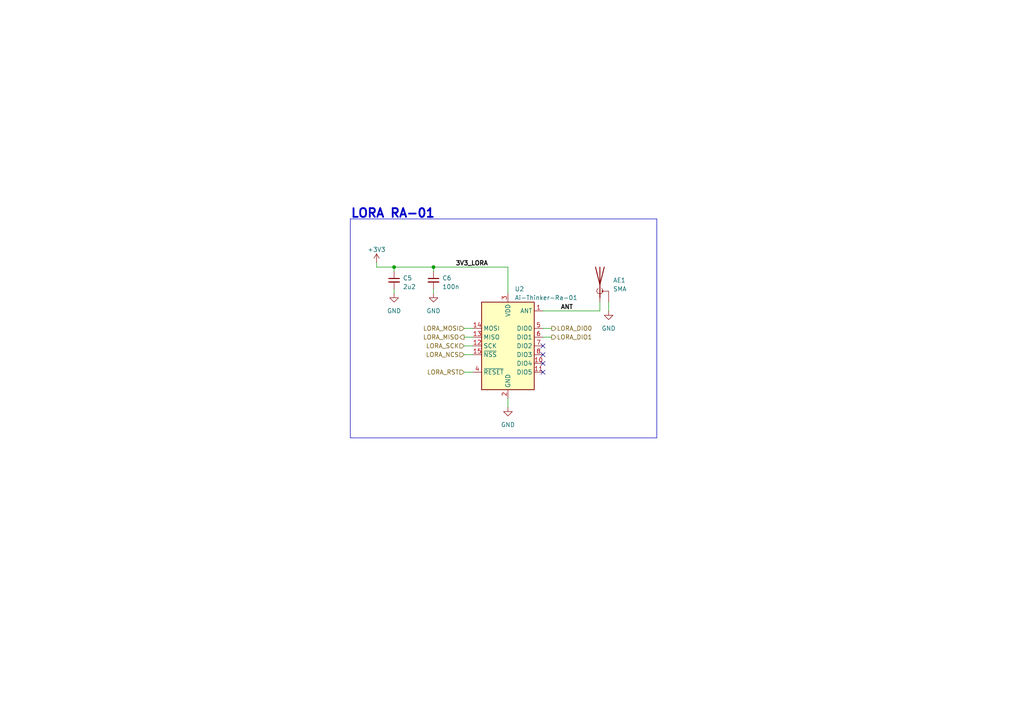
<source format=kicad_sch>
(kicad_sch (version 20230121) (generator eeschema)

  (uuid 81111339-5227-4952-99da-fefe7f6b5199)

  (paper "A4")

  (title_block
    (title "Longle")
    (date "2023-06-22")
    (rev "1.0")
    (company "ReFab Tech")
  )

  (lib_symbols
    (symbol "Device:Antenna_Shield" (pin_numbers hide) (pin_names (offset 1.016) hide) (in_bom yes) (on_board yes)
      (property "Reference" "AE" (at -1.905 4.445 0)
        (effects (font (size 1.27 1.27)) (justify right))
      )
      (property "Value" "Antenna_Shield" (at -1.905 2.54 0)
        (effects (font (size 1.27 1.27)) (justify right))
      )
      (property "Footprint" "" (at 0 2.54 0)
        (effects (font (size 1.27 1.27)) hide)
      )
      (property "Datasheet" "~" (at 0 2.54 0)
        (effects (font (size 1.27 1.27)) hide)
      )
      (property "ki_keywords" "antenna" (at 0 0 0)
        (effects (font (size 1.27 1.27)) hide)
      )
      (property "ki_description" "Antenna with extra pin for shielding" (at 0 0 0)
        (effects (font (size 1.27 1.27)) hide)
      )
      (symbol "Antenna_Shield_0_1"
        (arc (start -0.508 -1.143) (mid -0.8429 -2.1194) (end 0 -2.667)
          (stroke (width 0) (type default))
          (fill (type none))
        )
        (arc (start 0 -2.667) (mid 0.7989 -2.1052) (end 0.508 -1.143)
          (stroke (width 0) (type default))
          (fill (type none))
        )
        (polyline
          (pts
            (xy 0 -2.54)
            (xy 0 0)
          )
          (stroke (width 0) (type default))
          (fill (type none))
        )
        (polyline
          (pts
            (xy 0 5.08)
            (xy 0 -3.81)
          )
          (stroke (width 0.254) (type default))
          (fill (type none))
        )
        (polyline
          (pts
            (xy 0.762 -1.905)
            (xy 2.54 -1.905)
          )
          (stroke (width 0) (type default))
          (fill (type none))
        )
        (polyline
          (pts
            (xy 2.54 -2.54)
            (xy 2.54 -1.905)
          )
          (stroke (width 0) (type default))
          (fill (type none))
        )
        (polyline
          (pts
            (xy 1.27 5.08)
            (xy 0 0)
            (xy -1.27 5.08)
          )
          (stroke (width 0.254) (type default))
          (fill (type none))
        )
        (circle (center 0.762 -1.905) (radius 0.1778)
          (stroke (width 0) (type default))
          (fill (type outline))
        )
      )
      (symbol "Antenna_Shield_1_1"
        (pin input line (at 0 -5.08 90) (length 2.54)
          (name "A" (effects (font (size 1.27 1.27))))
          (number "1" (effects (font (size 1.27 1.27))))
        )
        (pin input line (at 2.54 -5.08 90) (length 2.54)
          (name "Shield" (effects (font (size 1.27 1.27))))
          (number "2" (effects (font (size 1.27 1.27))))
        )
      )
    )
    (symbol "Device:C_Small" (pin_numbers hide) (pin_names (offset 0.254) hide) (in_bom yes) (on_board yes)
      (property "Reference" "C" (at 0.254 1.778 0)
        (effects (font (size 1.27 1.27)) (justify left))
      )
      (property "Value" "C_Small" (at 0.254 -2.032 0)
        (effects (font (size 1.27 1.27)) (justify left))
      )
      (property "Footprint" "" (at 0 0 0)
        (effects (font (size 1.27 1.27)) hide)
      )
      (property "Datasheet" "~" (at 0 0 0)
        (effects (font (size 1.27 1.27)) hide)
      )
      (property "ki_keywords" "capacitor cap" (at 0 0 0)
        (effects (font (size 1.27 1.27)) hide)
      )
      (property "ki_description" "Unpolarized capacitor, small symbol" (at 0 0 0)
        (effects (font (size 1.27 1.27)) hide)
      )
      (property "ki_fp_filters" "C_*" (at 0 0 0)
        (effects (font (size 1.27 1.27)) hide)
      )
      (symbol "C_Small_0_1"
        (polyline
          (pts
            (xy -1.524 -0.508)
            (xy 1.524 -0.508)
          )
          (stroke (width 0.3302) (type default))
          (fill (type none))
        )
        (polyline
          (pts
            (xy -1.524 0.508)
            (xy 1.524 0.508)
          )
          (stroke (width 0.3048) (type default))
          (fill (type none))
        )
      )
      (symbol "C_Small_1_1"
        (pin passive line (at 0 2.54 270) (length 2.032)
          (name "~" (effects (font (size 1.27 1.27))))
          (number "1" (effects (font (size 1.27 1.27))))
        )
        (pin passive line (at 0 -2.54 90) (length 2.032)
          (name "~" (effects (font (size 1.27 1.27))))
          (number "2" (effects (font (size 1.27 1.27))))
        )
      )
    )
    (symbol "RF_Module:Ai-Thinker-Ra-01" (in_bom yes) (on_board yes)
      (property "Reference" "U" (at 2.54 17.78 0)
        (effects (font (size 1.27 1.27)))
      )
      (property "Value" "Ai-Thinker-Ra-01" (at 13.97 -15.24 0)
        (effects (font (size 1.27 1.27)))
      )
      (property "Footprint" "RF_Module:Ai-Thinker-Ra-01-LoRa" (at 25.4 -10.16 0)
        (effects (font (size 1.27 1.27)) hide)
      )
      (property "Datasheet" "http://wiki.ai-thinker.com/_media/lora/docs/c047ps01a1_ra-01_product_specification_v1.1.pdf" (at 2.54 17.78 0)
        (effects (font (size 1.27 1.27)) hide)
      )
      (property "ki_keywords" "Ra-01 LoRa" (at 0 0 0)
        (effects (font (size 1.27 1.27)) hide)
      )
      (property "ki_description" "Ai-Thinker Ra-01 410-525 MHz LoRa Module, SPI interface, external antenna" (at 0 0 0)
        (effects (font (size 1.27 1.27)) hide)
      )
      (property "ki_fp_filters" "Ai?Thinker?Ra?01*" (at 0 0 0)
        (effects (font (size 1.27 1.27)) hide)
      )
      (symbol "Ai-Thinker-Ra-01_0_1"
        (rectangle (start -7.62 12.7) (end 7.62 -12.7)
          (stroke (width 0.254) (type default))
          (fill (type background))
        )
      )
      (symbol "Ai-Thinker-Ra-01_1_1"
        (pin passive line (at 10.16 10.16 180) (length 2.54)
          (name "ANT" (effects (font (size 1.27 1.27))))
          (number "1" (effects (font (size 1.27 1.27))))
        )
        (pin bidirectional line (at 10.16 -5.08 180) (length 2.54)
          (name "DIO4" (effects (font (size 1.27 1.27))))
          (number "10" (effects (font (size 1.27 1.27))))
        )
        (pin bidirectional line (at 10.16 -7.62 180) (length 2.54)
          (name "DIO5" (effects (font (size 1.27 1.27))))
          (number "11" (effects (font (size 1.27 1.27))))
        )
        (pin input line (at -10.16 0 0) (length 2.54)
          (name "SCK" (effects (font (size 1.27 1.27))))
          (number "12" (effects (font (size 1.27 1.27))))
        )
        (pin output line (at -10.16 2.54 0) (length 2.54)
          (name "MISO" (effects (font (size 1.27 1.27))))
          (number "13" (effects (font (size 1.27 1.27))))
        )
        (pin input line (at -10.16 5.08 0) (length 2.54)
          (name "MOSI" (effects (font (size 1.27 1.27))))
          (number "14" (effects (font (size 1.27 1.27))))
        )
        (pin input line (at -10.16 -2.54 0) (length 2.54)
          (name "~{NSS}" (effects (font (size 1.27 1.27))))
          (number "15" (effects (font (size 1.27 1.27))))
        )
        (pin passive line (at 0 -15.24 90) (length 2.54) hide
          (name "GND" (effects (font (size 1.27 1.27))))
          (number "16" (effects (font (size 1.27 1.27))))
        )
        (pin power_in line (at 0 -15.24 90) (length 2.54)
          (name "GND" (effects (font (size 1.27 1.27))))
          (number "2" (effects (font (size 1.27 1.27))))
        )
        (pin power_in line (at 0 15.24 270) (length 2.54)
          (name "VDD" (effects (font (size 1.27 1.27))))
          (number "3" (effects (font (size 1.27 1.27))))
        )
        (pin input line (at -10.16 -7.62 0) (length 2.54)
          (name "~{RESET}" (effects (font (size 1.27 1.27))))
          (number "4" (effects (font (size 1.27 1.27))))
        )
        (pin bidirectional line (at 10.16 5.08 180) (length 2.54)
          (name "DIO0" (effects (font (size 1.27 1.27))))
          (number "5" (effects (font (size 1.27 1.27))))
        )
        (pin bidirectional line (at 10.16 2.54 180) (length 2.54)
          (name "DIO1" (effects (font (size 1.27 1.27))))
          (number "6" (effects (font (size 1.27 1.27))))
        )
        (pin bidirectional line (at 10.16 0 180) (length 2.54)
          (name "DIO2" (effects (font (size 1.27 1.27))))
          (number "7" (effects (font (size 1.27 1.27))))
        )
        (pin bidirectional line (at 10.16 -2.54 180) (length 2.54)
          (name "DIO3" (effects (font (size 1.27 1.27))))
          (number "8" (effects (font (size 1.27 1.27))))
        )
        (pin passive line (at 0 -15.24 90) (length 2.54) hide
          (name "GND" (effects (font (size 1.27 1.27))))
          (number "9" (effects (font (size 1.27 1.27))))
        )
      )
    )
    (symbol "power:+3V3" (power) (pin_names (offset 0)) (in_bom yes) (on_board yes)
      (property "Reference" "#PWR" (at 0 -3.81 0)
        (effects (font (size 1.27 1.27)) hide)
      )
      (property "Value" "+3V3" (at 0 3.556 0)
        (effects (font (size 1.27 1.27)))
      )
      (property "Footprint" "" (at 0 0 0)
        (effects (font (size 1.27 1.27)) hide)
      )
      (property "Datasheet" "" (at 0 0 0)
        (effects (font (size 1.27 1.27)) hide)
      )
      (property "ki_keywords" "global power" (at 0 0 0)
        (effects (font (size 1.27 1.27)) hide)
      )
      (property "ki_description" "Power symbol creates a global label with name \"+3V3\"" (at 0 0 0)
        (effects (font (size 1.27 1.27)) hide)
      )
      (symbol "+3V3_0_1"
        (polyline
          (pts
            (xy -0.762 1.27)
            (xy 0 2.54)
          )
          (stroke (width 0) (type default))
          (fill (type none))
        )
        (polyline
          (pts
            (xy 0 0)
            (xy 0 2.54)
          )
          (stroke (width 0) (type default))
          (fill (type none))
        )
        (polyline
          (pts
            (xy 0 2.54)
            (xy 0.762 1.27)
          )
          (stroke (width 0) (type default))
          (fill (type none))
        )
      )
      (symbol "+3V3_1_1"
        (pin power_in line (at 0 0 90) (length 0) hide
          (name "+3V3" (effects (font (size 1.27 1.27))))
          (number "1" (effects (font (size 1.27 1.27))))
        )
      )
    )
    (symbol "power:GND" (power) (pin_names (offset 0)) (in_bom yes) (on_board yes)
      (property "Reference" "#PWR" (at 0 -6.35 0)
        (effects (font (size 1.27 1.27)) hide)
      )
      (property "Value" "GND" (at 0 -3.81 0)
        (effects (font (size 1.27 1.27)))
      )
      (property "Footprint" "" (at 0 0 0)
        (effects (font (size 1.27 1.27)) hide)
      )
      (property "Datasheet" "" (at 0 0 0)
        (effects (font (size 1.27 1.27)) hide)
      )
      (property "ki_keywords" "global power" (at 0 0 0)
        (effects (font (size 1.27 1.27)) hide)
      )
      (property "ki_description" "Power symbol creates a global label with name \"GND\" , ground" (at 0 0 0)
        (effects (font (size 1.27 1.27)) hide)
      )
      (symbol "GND_0_1"
        (polyline
          (pts
            (xy 0 0)
            (xy 0 -1.27)
            (xy 1.27 -1.27)
            (xy 0 -2.54)
            (xy -1.27 -1.27)
            (xy 0 -1.27)
          )
          (stroke (width 0) (type default))
          (fill (type none))
        )
      )
      (symbol "GND_1_1"
        (pin power_in line (at 0 0 270) (length 0) hide
          (name "GND" (effects (font (size 1.27 1.27))))
          (number "1" (effects (font (size 1.27 1.27))))
        )
      )
    )
  )

  (junction (at 114.3 77.47) (diameter 0) (color 0 0 0 0)
    (uuid 26294259-d40f-4e98-8a2c-715d0e6b334f)
  )
  (junction (at 125.73 77.47) (diameter 0) (color 0 0 0 0)
    (uuid 80b46350-7ebf-43ad-9079-f5fe76b86668)
  )

  (no_connect (at 157.48 107.95) (uuid 35e6e6f2-eaa1-4706-bc11-6fbd883a91b7))
  (no_connect (at 157.48 105.41) (uuid 80a6916b-564d-421e-aba5-7393b776013a))
  (no_connect (at 157.48 102.87) (uuid 83790c32-4aac-45b9-b2da-8453d485f010))
  (no_connect (at 157.48 100.33) (uuid fa5ab2ad-5057-4045-9ede-163e76bacf70))

  (wire (pts (xy 157.48 95.25) (xy 160.02 95.25))
    (stroke (width 0) (type default))
    (uuid 07894c16-15bc-450e-84d0-da35ff2ce1b5)
  )
  (wire (pts (xy 125.73 85.09) (xy 125.73 83.82))
    (stroke (width 0) (type default))
    (uuid 236a4c9b-89fb-4957-88f7-64d1198be9b8)
  )
  (wire (pts (xy 134.62 100.33) (xy 137.16 100.33))
    (stroke (width 0) (type default))
    (uuid 2b540338-bec9-4d14-9beb-1df19990f618)
  )
  (wire (pts (xy 134.62 97.79) (xy 137.16 97.79))
    (stroke (width 0) (type default))
    (uuid 34535649-75cc-444a-8070-40032e1ce548)
  )
  (wire (pts (xy 109.22 76.2) (xy 109.22 77.47))
    (stroke (width 0) (type default))
    (uuid 450ac1c4-e7e9-4ac4-8737-5d3e6e5deae0)
  )
  (wire (pts (xy 109.22 77.47) (xy 114.3 77.47))
    (stroke (width 0) (type default))
    (uuid 459c17e8-397e-42fc-bd29-09f8c796c006)
  )
  (wire (pts (xy 157.48 97.79) (xy 160.02 97.79))
    (stroke (width 0) (type default))
    (uuid 490f5106-344d-42a7-9a47-7f8a3b90da81)
  )
  (wire (pts (xy 125.73 77.47) (xy 125.73 78.74))
    (stroke (width 0) (type default))
    (uuid 55a22253-3d6c-4c1a-b41e-5eb8721f6a52)
  )
  (wire (pts (xy 114.3 77.47) (xy 125.73 77.47))
    (stroke (width 0) (type default))
    (uuid 58fe0923-83fc-4419-9aa8-11c2dd2a64a1)
  )
  (wire (pts (xy 157.48 90.17) (xy 173.99 90.17))
    (stroke (width 0) (type default))
    (uuid 6945889d-826d-4f4c-b01c-cc808e424908)
  )
  (polyline (pts (xy 190.5 127) (xy 101.6 127))
    (stroke (width 0) (type default))
    (uuid 86b84e43-33ae-46c5-9d98-d4076b33af87)
  )

  (wire (pts (xy 147.32 77.47) (xy 147.32 85.09))
    (stroke (width 0) (type default))
    (uuid 8b8f26d6-3400-4667-a621-59fa2537a9db)
  )
  (wire (pts (xy 147.32 115.57) (xy 147.32 118.11))
    (stroke (width 0) (type default))
    (uuid 8f971e2e-7c94-419e-a616-ee702c354626)
  )
  (polyline (pts (xy 190.5 63.5) (xy 190.5 127))
    (stroke (width 0) (type default))
    (uuid 8fdc2c52-cc6d-408b-bd6a-522f61247496)
  )

  (wire (pts (xy 125.73 77.47) (xy 147.32 77.47))
    (stroke (width 0) (type default))
    (uuid 91c4b91f-8c71-4c9e-b7bd-65e0e9a0b4a1)
  )
  (polyline (pts (xy 101.6 63.5) (xy 190.5 63.5))
    (stroke (width 0) (type default))
    (uuid 9882d4a0-134f-48eb-ae3c-f9dc945a339f)
  )

  (wire (pts (xy 173.99 87.63) (xy 173.99 90.17))
    (stroke (width 0) (type default))
    (uuid bd489850-6f77-490e-8f85-0998b0329ec7)
  )
  (polyline (pts (xy 101.6 127) (xy 101.6 63.5))
    (stroke (width 0) (type default))
    (uuid c3f4ae3b-f41d-4dc5-89b7-68efc7a3da3d)
  )

  (wire (pts (xy 134.62 107.95) (xy 137.16 107.95))
    (stroke (width 0) (type default))
    (uuid d9901845-5e6a-49dd-a78c-1cd26d0fc85e)
  )
  (wire (pts (xy 114.3 85.09) (xy 114.3 83.82))
    (stroke (width 0) (type default))
    (uuid dd1e87c3-0c38-4289-bdf3-50d0a5511a4f)
  )
  (wire (pts (xy 114.3 77.47) (xy 114.3 78.74))
    (stroke (width 0) (type default))
    (uuid e1a82b5a-23a1-4995-aa3c-f0d6a2821772)
  )
  (wire (pts (xy 134.62 95.25) (xy 137.16 95.25))
    (stroke (width 0) (type default))
    (uuid eb52833f-98e1-4c45-bede-410248e38d8d)
  )
  (wire (pts (xy 134.62 102.87) (xy 137.16 102.87))
    (stroke (width 0) (type default))
    (uuid f055aa6b-a4df-4b13-835d-5a04e6050820)
  )
  (wire (pts (xy 176.53 87.63) (xy 176.53 90.17))
    (stroke (width 0) (type default))
    (uuid f8d9ec2d-a802-425a-a41d-a1df5eb380b5)
  )

  (text "LORA RA-01" (at 101.6 63.5 0)
    (effects (font (size 2.54 2.54) bold) (justify left bottom))
    (uuid e7226b79-0636-4fc7-92d5-804c85a6be24)
  )

  (label "ANT" (at 162.56 90.17 0) (fields_autoplaced)
    (effects (font (size 1.27 1.27) bold) (justify left bottom))
    (uuid 15498d39-6a2a-4b4a-8623-8a878482f557)
  )
  (label "3V3_LORA" (at 132.08 77.47 0) (fields_autoplaced)
    (effects (font (size 1.27 1.27) bold) (justify left bottom))
    (uuid e978762a-d37f-4839-873e-2bd716590f1b)
  )

  (hierarchical_label "LORA_SCK" (shape input) (at 134.62 100.33 180) (fields_autoplaced)
    (effects (font (size 1.27 1.27)) (justify right))
    (uuid 2e4ef67e-291c-4ba3-acd8-cd78d1ad7ed3)
  )
  (hierarchical_label "LORA_MOSI" (shape input) (at 134.62 95.25 180) (fields_autoplaced)
    (effects (font (size 1.27 1.27)) (justify right))
    (uuid 3c829c14-ac93-4c03-a36c-3a3f4605c3d6)
  )
  (hierarchical_label "LORA_DIO0" (shape output) (at 160.02 95.25 0) (fields_autoplaced)
    (effects (font (size 1.27 1.27)) (justify left))
    (uuid 41ddd08a-7b80-400a-a2ee-78ce2935dddf)
  )
  (hierarchical_label "LORA_DIO1" (shape output) (at 160.02 97.79 0) (fields_autoplaced)
    (effects (font (size 1.27 1.27)) (justify left))
    (uuid 928dc763-4506-4dbd-b10b-4796d7cab2bd)
  )
  (hierarchical_label "LORA_MISO" (shape output) (at 134.62 97.79 180) (fields_autoplaced)
    (effects (font (size 1.27 1.27)) (justify right))
    (uuid a4ad00b9-8e33-4b27-94bb-7f7fa95f407b)
  )
  (hierarchical_label "LORA_NCS" (shape input) (at 134.62 102.87 180) (fields_autoplaced)
    (effects (font (size 1.27 1.27)) (justify right))
    (uuid b37ce5c6-5af6-4d43-98c1-3f16806f8dc1)
  )
  (hierarchical_label "LORA_RST" (shape input) (at 134.62 107.95 180) (fields_autoplaced)
    (effects (font (size 1.27 1.27)) (justify right))
    (uuid dc4fdf24-c234-4591-8b5c-a758fe5f9bfd)
  )

  (symbol (lib_id "Device:Antenna_Shield") (at 173.99 82.55 0) (unit 1)
    (in_bom yes) (on_board yes) (dnp no) (fields_autoplaced)
    (uuid 15ac45a9-f8e2-472f-8fa2-7c4abb66e7f6)
    (property "Reference" "AE1" (at 177.8 81.28 0)
      (effects (font (size 1.27 1.27)) (justify left))
    )
    (property "Value" "SMA" (at 177.8 83.82 0)
      (effects (font (size 1.27 1.27)) (justify left))
    )
    (property "Footprint" "Connector_Coaxial:SMA_Amphenol_901-143_Horizontal" (at 173.99 80.01 0)
      (effects (font (size 1.27 1.27)) hide)
    )
    (property "Datasheet" "~" (at 173.99 80.01 0)
      (effects (font (size 1.27 1.27)) hide)
    )
    (property "MANUFACTURER" "BAT WIRELESS" (at 173.99 82.55 0)
      (effects (font (size 1.27 1.27)) hide)
    )
    (property "MPN" "BWSMA-KWE-Z001" (at 173.99 82.55 0)
      (effects (font (size 1.27 1.27)) hide)
    )
    (property "UNIT PRICE" "0.4407 " (at 173.99 82.55 0)
      (effects (font (size 1.27 1.27)) hide)
    )
    (property "VENDOR" "LCSC" (at 173.99 82.55 0)
      (effects (font (size 1.27 1.27)) hide)
    )
    (pin "1" (uuid 918aa667-4781-40ff-85bd-b8f5aefb5ea5))
    (pin "2" (uuid c851c27c-3c94-458e-942a-421fe573f2b8))
    (instances
      (project "Longle"
        (path "/cf42f967-0844-484f-bf53-f60880719bcc"
          (reference "AE1") (unit 1)
        )
        (path "/cf42f967-0844-484f-bf53-f60880719bcc/13943843-5d8a-4b85-91a9-cba34e9c07a7"
          (reference "AE301") (unit 1)
        )
      )
    )
  )

  (symbol (lib_id "Device:C_Small") (at 125.73 81.28 0) (unit 1)
    (in_bom yes) (on_board yes) (dnp no) (fields_autoplaced)
    (uuid 2280d539-2b4b-4390-b33a-f320d57b43a1)
    (property "Reference" "C6" (at 128.27 80.6513 0)
      (effects (font (size 1.27 1.27)) (justify left))
    )
    (property "Value" "100n" (at 128.27 83.1913 0)
      (effects (font (size 1.27 1.27)) (justify left))
    )
    (property "Footprint" "Capacitor_SMD:C_0402_1005Metric" (at 125.73 81.28 0)
      (effects (font (size 1.27 1.27)) hide)
    )
    (property "Datasheet" "~" (at 125.73 81.28 0)
      (effects (font (size 1.27 1.27)) hide)
    )
    (property "MANUFACTURER" "CCTC" (at 125.73 81.28 0)
      (effects (font (size 1.27 1.27)) hide)
    )
    (property "MPN" "TCC0402X7R104K160AT" (at 125.73 81.28 0)
      (effects (font (size 1.27 1.27)) hide)
    )
    (property "UNIT PRICE" "0.0009 " (at 125.73 81.28 0)
      (effects (font (size 1.27 1.27)) hide)
    )
    (property "VENDOR" "LCSC" (at 125.73 81.28 0)
      (effects (font (size 1.27 1.27)) hide)
    )
    (pin "1" (uuid ef98d66b-b07d-49d4-91e5-d24efc6bdfa6))
    (pin "2" (uuid acd919e9-0014-431f-b8d9-d8b7a3f61601))
    (instances
      (project "Longle"
        (path "/cf42f967-0844-484f-bf53-f60880719bcc"
          (reference "C6") (unit 1)
        )
        (path "/cf42f967-0844-484f-bf53-f60880719bcc/13943843-5d8a-4b85-91a9-cba34e9c07a7"
          (reference "C302") (unit 1)
        )
      )
    )
  )

  (symbol (lib_id "RF_Module:Ai-Thinker-Ra-01") (at 147.32 100.33 0) (unit 1)
    (in_bom yes) (on_board yes) (dnp no) (fields_autoplaced)
    (uuid 67397298-f887-4266-be42-9cbae3f97810)
    (property "Reference" "U2" (at 149.2759 83.82 0)
      (effects (font (size 1.27 1.27)) (justify left))
    )
    (property "Value" "Ai-Thinker-Ra-01" (at 149.2759 86.36 0)
      (effects (font (size 1.27 1.27)) (justify left))
    )
    (property "Footprint" "RF_Module:Ai-Thinker-Ra-01-LoRa" (at 172.72 110.49 0)
      (effects (font (size 1.27 1.27)) hide)
    )
    (property "Datasheet" "http://wiki.ai-thinker.com/_media/lora/docs/c047ps01a1_ra-01_product_specification_v1.1.pdf" (at 149.86 82.55 0)
      (effects (font (size 1.27 1.27)) hide)
    )
    (property "MANUFACTURER" "Ai-Thinker" (at 147.32 100.33 0)
      (effects (font (size 1.27 1.27)) hide)
    )
    (property "MPN" "Ra-01SC-I" (at 147.32 100.33 0)
      (effects (font (size 1.27 1.27)) hide)
    )
    (property "UNIT PRICE" "3.5001" (at 147.32 100.33 0)
      (effects (font (size 1.27 1.27)) hide)
    )
    (property "VENDOR" "LCSC" (at 147.32 100.33 0)
      (effects (font (size 1.27 1.27)) hide)
    )
    (pin "1" (uuid 94dd14e8-7db9-4c6c-a02d-f85c729c6790))
    (pin "10" (uuid a494154f-113b-47d3-9f0a-9f4083a60789))
    (pin "11" (uuid b9391c2b-ce83-4451-bea5-8862be0dd371))
    (pin "12" (uuid 3667b28d-f662-49b3-990e-0845c924e0b8))
    (pin "13" (uuid a6f5d303-03a6-4abd-9191-9e8da2e454e9))
    (pin "14" (uuid 25da5745-56c6-4963-864f-9cbce0add2c9))
    (pin "15" (uuid 8c7b66ff-f2df-493f-bad7-8d487bcc2626))
    (pin "16" (uuid 24e5441f-f1cf-4be7-b4c2-c0ed10546ba6))
    (pin "2" (uuid 09c2f494-c9f8-4d8e-b84d-679df6ebb06f))
    (pin "3" (uuid 987bb61a-65d3-4428-a8e5-21cfb9d863fb))
    (pin "4" (uuid 4537f68a-1f4e-4d5e-b74f-3205daa260cc))
    (pin "5" (uuid e8d3d06a-890c-4aeb-95b7-14121ec3e94b))
    (pin "6" (uuid 766e65de-cd62-440a-8e2c-a34f89c3a1fc))
    (pin "7" (uuid da8acc5c-b23a-4e8a-9ba9-b9d69db79c96))
    (pin "8" (uuid 4619cbbd-9104-48eb-9870-8929158dca0b))
    (pin "9" (uuid df4c3d21-ff71-49d4-b10d-c19d7f6f8f4d))
    (instances
      (project "Longle"
        (path "/cf42f967-0844-484f-bf53-f60880719bcc"
          (reference "U2") (unit 1)
        )
        (path "/cf42f967-0844-484f-bf53-f60880719bcc/13943843-5d8a-4b85-91a9-cba34e9c07a7"
          (reference "U301") (unit 1)
        )
      )
    )
  )

  (symbol (lib_id "power:GND") (at 147.32 118.11 0) (unit 1)
    (in_bom yes) (on_board yes) (dnp no) (fields_autoplaced)
    (uuid 727dbb09-7fc5-45f3-a7c8-592be47aacfc)
    (property "Reference" "#PWR0305" (at 147.32 124.46 0)
      (effects (font (size 1.27 1.27)) hide)
    )
    (property "Value" "GND" (at 147.32 123.19 0)
      (effects (font (size 1.27 1.27)))
    )
    (property "Footprint" "" (at 147.32 118.11 0)
      (effects (font (size 1.27 1.27)) hide)
    )
    (property "Datasheet" "" (at 147.32 118.11 0)
      (effects (font (size 1.27 1.27)) hide)
    )
    (pin "1" (uuid 5db1841a-42dc-4579-8c3c-67d8f5b2e315))
    (instances
      (project "Longle"
        (path "/cf42f967-0844-484f-bf53-f60880719bcc/13943843-5d8a-4b85-91a9-cba34e9c07a7"
          (reference "#PWR0305") (unit 1)
        )
      )
    )
  )

  (symbol (lib_id "power:GND") (at 125.73 85.09 0) (unit 1)
    (in_bom yes) (on_board yes) (dnp no)
    (uuid 844f1c2e-5c7e-47cb-ba2f-e3f2d2ad6ca3)
    (property "Reference" "#PWR09" (at 125.73 91.44 0)
      (effects (font (size 1.27 1.27)) hide)
    )
    (property "Value" "GND" (at 125.73 90.17 0)
      (effects (font (size 1.27 1.27)))
    )
    (property "Footprint" "" (at 125.73 85.09 0)
      (effects (font (size 1.27 1.27)) hide)
    )
    (property "Datasheet" "" (at 125.73 85.09 0)
      (effects (font (size 1.27 1.27)) hide)
    )
    (pin "1" (uuid 0f4dbc08-368b-4d93-ab0d-c0e2e7e610fb))
    (instances
      (project "Longle"
        (path "/cf42f967-0844-484f-bf53-f60880719bcc"
          (reference "#PWR09") (unit 1)
        )
        (path "/cf42f967-0844-484f-bf53-f60880719bcc/13943843-5d8a-4b85-91a9-cba34e9c07a7"
          (reference "#PWR0303") (unit 1)
        )
      )
    )
  )

  (symbol (lib_id "power:GND") (at 176.53 90.17 0) (unit 1)
    (in_bom yes) (on_board yes) (dnp no) (fields_autoplaced)
    (uuid 9804160e-ad50-4e39-8ee8-baa98742dc54)
    (property "Reference" "#PWR011" (at 176.53 96.52 0)
      (effects (font (size 1.27 1.27)) hide)
    )
    (property "Value" "GND" (at 176.53 95.25 0)
      (effects (font (size 1.27 1.27)))
    )
    (property "Footprint" "" (at 176.53 90.17 0)
      (effects (font (size 1.27 1.27)) hide)
    )
    (property "Datasheet" "" (at 176.53 90.17 0)
      (effects (font (size 1.27 1.27)) hide)
    )
    (pin "1" (uuid d2fc5595-ded8-40b3-a9dd-d0260577b3f2))
    (instances
      (project "Longle"
        (path "/cf42f967-0844-484f-bf53-f60880719bcc"
          (reference "#PWR011") (unit 1)
        )
        (path "/cf42f967-0844-484f-bf53-f60880719bcc/13943843-5d8a-4b85-91a9-cba34e9c07a7"
          (reference "#PWR0304") (unit 1)
        )
      )
    )
  )

  (symbol (lib_id "power:GND") (at 114.3 85.09 0) (unit 1)
    (in_bom yes) (on_board yes) (dnp no)
    (uuid befcbe3f-9184-47fc-8ff8-25cb99ce0766)
    (property "Reference" "#PWR08" (at 114.3 91.44 0)
      (effects (font (size 1.27 1.27)) hide)
    )
    (property "Value" "GND" (at 114.3 90.17 0)
      (effects (font (size 1.27 1.27)))
    )
    (property "Footprint" "" (at 114.3 85.09 0)
      (effects (font (size 1.27 1.27)) hide)
    )
    (property "Datasheet" "" (at 114.3 85.09 0)
      (effects (font (size 1.27 1.27)) hide)
    )
    (pin "1" (uuid 65b75c98-8181-433c-9b37-9bdb490e8487))
    (instances
      (project "Longle"
        (path "/cf42f967-0844-484f-bf53-f60880719bcc"
          (reference "#PWR08") (unit 1)
        )
        (path "/cf42f967-0844-484f-bf53-f60880719bcc/13943843-5d8a-4b85-91a9-cba34e9c07a7"
          (reference "#PWR0302") (unit 1)
        )
      )
    )
  )

  (symbol (lib_id "Device:C_Small") (at 114.3 81.28 0) (unit 1)
    (in_bom yes) (on_board yes) (dnp no) (fields_autoplaced)
    (uuid e5504d67-175b-4bf3-a1a3-5521de06b3f3)
    (property "Reference" "C5" (at 116.84 80.6513 0)
      (effects (font (size 1.27 1.27)) (justify left))
    )
    (property "Value" "2u2" (at 116.84 83.1913 0)
      (effects (font (size 1.27 1.27)) (justify left))
    )
    (property "Footprint" "Capacitor_SMD:C_0402_1005Metric" (at 114.3 81.28 0)
      (effects (font (size 1.27 1.27)) hide)
    )
    (property "Datasheet" "~" (at 114.3 81.28 0)
      (effects (font (size 1.27 1.27)) hide)
    )
    (property "MANUFACTURER" "Samsung Electro-Mechanics" (at 114.3 81.28 0)
      (effects (font (size 1.27 1.27)) hide)
    )
    (property "MPN" "CL05A225MP5NSNC" (at 114.3 81.28 0)
      (effects (font (size 1.27 1.27)) hide)
    )
    (property "UNIT PRICE" "0.0038" (at 114.3 81.28 0)
      (effects (font (size 1.27 1.27)) hide)
    )
    (property "VENDOR" "LCSC" (at 114.3 81.28 0)
      (effects (font (size 1.27 1.27)) hide)
    )
    (pin "1" (uuid 2bcf38f2-34e0-4500-b185-4154b302493b))
    (pin "2" (uuid 033af24c-be4a-4084-be27-185b827c6b27))
    (instances
      (project "Longle"
        (path "/cf42f967-0844-484f-bf53-f60880719bcc"
          (reference "C5") (unit 1)
        )
        (path "/cf42f967-0844-484f-bf53-f60880719bcc/13943843-5d8a-4b85-91a9-cba34e9c07a7"
          (reference "C301") (unit 1)
        )
      )
    )
  )

  (symbol (lib_id "power:+3V3") (at 109.22 76.2 0) (unit 1)
    (in_bom yes) (on_board yes) (dnp no) (fields_autoplaced)
    (uuid fd50ddd4-c765-4935-8a19-8a3a86da16eb)
    (property "Reference" "#PWR010" (at 109.22 80.01 0)
      (effects (font (size 1.27 1.27)) hide)
    )
    (property "Value" "+3V3" (at 109.22 72.39 0)
      (effects (font (size 1.27 1.27)))
    )
    (property "Footprint" "" (at 109.22 76.2 0)
      (effects (font (size 1.27 1.27)) hide)
    )
    (property "Datasheet" "" (at 109.22 76.2 0)
      (effects (font (size 1.27 1.27)) hide)
    )
    (pin "1" (uuid caeaad33-45d6-4d29-803f-4e75343c9530))
    (instances
      (project "Longle"
        (path "/cf42f967-0844-484f-bf53-f60880719bcc"
          (reference "#PWR010") (unit 1)
        )
        (path "/cf42f967-0844-484f-bf53-f60880719bcc/13943843-5d8a-4b85-91a9-cba34e9c07a7"
          (reference "#PWR0301") (unit 1)
        )
      )
    )
  )
)

</source>
